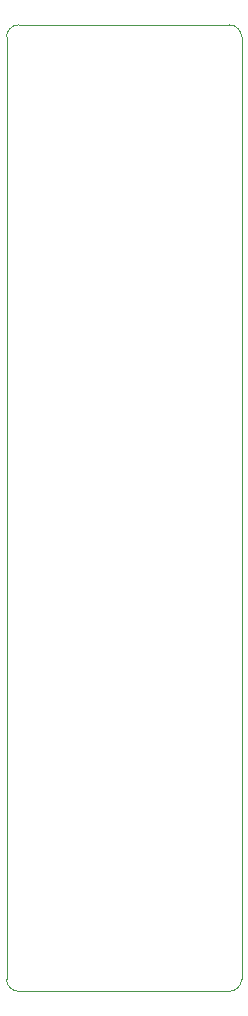
<source format=gbr>
%TF.GenerationSoftware,KiCad,Pcbnew,(5.99.0-11067-gb10f156dd0)*%
%TF.CreationDate,2021-06-27T22:48:24-06:00*%
%TF.ProjectId,MeditationLamp,4d656469-7461-4746-996f-6e4c616d702e,rev?*%
%TF.SameCoordinates,Original*%
%TF.FileFunction,Profile,NP*%
%FSLAX46Y46*%
G04 Gerber Fmt 4.6, Leading zero omitted, Abs format (unit mm)*
G04 Created by KiCad (PCBNEW (5.99.0-11067-gb10f156dd0)) date 2021-06-27 22:48:24*
%MOMM*%
%LPD*%
G01*
G04 APERTURE LIST*
%TA.AperFunction,Profile*%
%ADD10C,0.100000*%
%TD*%
G04 APERTURE END LIST*
D10*
X20000001Y-100822801D02*
X20000000Y-21041400D01*
X38881601Y-101838799D02*
X21016000Y-101838800D01*
X39897600Y-21041402D02*
X39897600Y-100822800D01*
X21015999Y-20025401D02*
X38881600Y-20025402D01*
X21015999Y-20025401D02*
G75*
G03*
X20000000Y-21041400I0J-1015999D01*
G01*
X20000001Y-100822801D02*
G75*
G03*
X21016000Y-101838800I1015999J0D01*
G01*
X38881601Y-101838799D02*
G75*
G03*
X39897600Y-100822800I0J1015999D01*
G01*
X39897599Y-21041401D02*
G75*
G03*
X38881600Y-20025402I-1015999J0D01*
G01*
M02*

</source>
